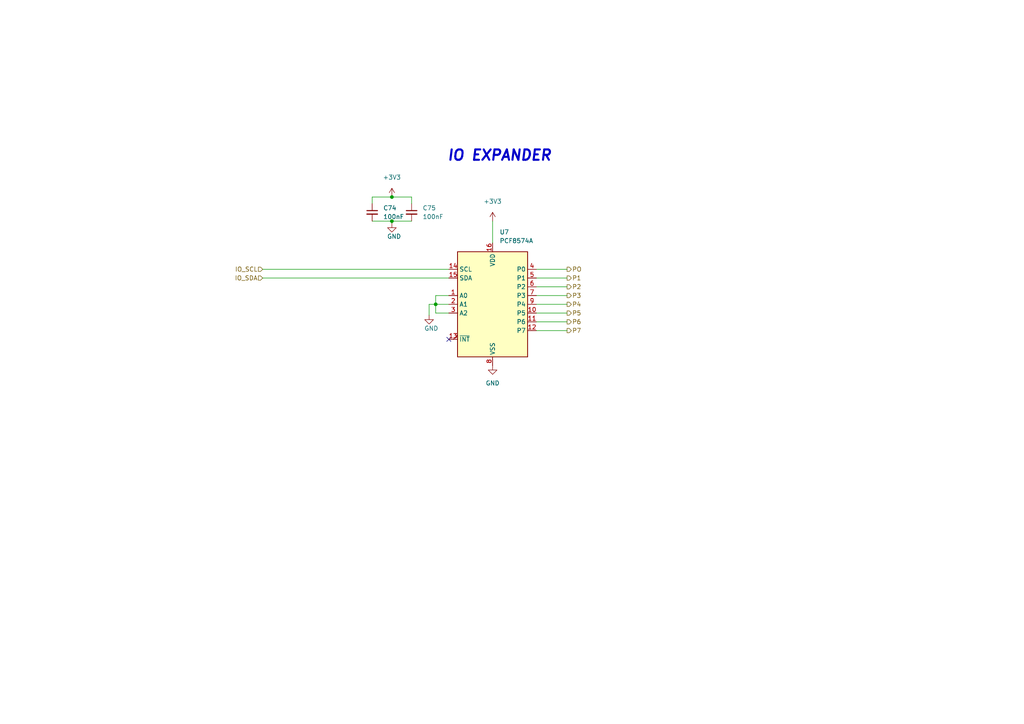
<source format=kicad_sch>
(kicad_sch (version 20230121) (generator eeschema)
  (paper "A4")
  (lib_symbols
    (symbol "Device:C_Small" (pin_numbers hide) (pin_names (offset 0.254) hide)
      (property "Reference" "C" (at 0.254 1.778 0))
      (property "Value" "C_Small" (at 0.254 -2.032 0))
      (symbol "C_Small_0_1"
        (polyline (pts (xy -1.524 -0.508) (xy 1.524 -0.508)) (stroke (width 0.3302)))
        (polyline (pts (xy -1.524 0.508) (xy 1.524 0.508)) (stroke (width 0.3048)))
      )
      (symbol "C_Small_1_1"
        (pin passive line (at 0 2.54 270) (length 2.032) (name "~") (number "1"))
        (pin passive line (at 0 -2.54 90) (length 2.032) (name "~") (number "2"))
      )
    )
    (symbol "Interface_Expansion:PCF8574A"
      (property "Reference" "U" (at -8.89 16.51 0))
      (property "Value" "PCF8574A" (at 2.54 16.51 0))
      (symbol "PCF8574A_0_1"
        (rectangle (start -10.16 15.24) (end 10.16 -15.24) (stroke (width 0.254)) (fill (type background)))
      )
      (symbol "PCF8574A_1_1"
        (pin input line (at -12.7 2.54 0) (length 2.54) (name "A0") (number "1"))
        (pin bidirectional line (at 12.7 -2.54 180) (length 2.54) (name "P5") (number "10"))
        (pin bidirectional line (at 12.7 -5.08 180) (length 2.54) (name "P6") (number "11"))
        (pin bidirectional line (at 12.7 -7.62 180) (length 2.54) (name "P7") (number "12"))
        (pin open_collector output_low (at -12.7 -10.16 0) (length 2.54) (name "~{INT}") (number "13"))
        (pin input line (at -12.7 10.16 0) (length 2.54) (name "SCL") (number "14"))
        (pin bidirectional line (at -12.7 7.62 0) (length 2.54) (name "SDA") (number "15"))
        (pin power_in line (at 0 17.78 270) (length 2.54) (name "VDD") (number "16"))
        (pin input line (at -12.7 0 0) (length 2.54) (name "A1") (number "2"))
        (pin input line (at -12.7 -2.54 0) (length 2.54) (name "A2") (number "3"))
        (pin bidirectional line (at 12.7 10.16 180) (length 2.54) (name "P0") (number "4"))
        (pin bidirectional line (at 12.7 7.62 180) (length 2.54) (name "P1") (number "5"))
        (pin bidirectional line (at 12.7 5.08 180) (length 2.54) (name "P2") (number "6"))
        (pin bidirectional line (at 12.7 2.54 180) (length 2.54) (name "P3") (number "7"))
        (pin power_in line (at 0 -17.78 90) (length 2.54) (name "VSS") (number "8"))
        (pin bidirectional line (at 12.7 0 180) (length 2.54) (name "P4") (number "9"))
      )
    )
    (symbol "power:+3V3" (power) (pin_names (offset 0))
      (property "Value" "+3V3" (at 0 3.556 0))
      (symbol "+3V3_0_1"
        (polyline (pts (xy -0.762 1.27) (xy 0 2.54)))
        (polyline (pts (xy 0 0) (xy 0 2.54)))
        (polyline (pts (xy 0 2.54) (xy 0.762 1.27)))
      )
      (symbol "+3V3_1_1"
        (pin power_in line (at 0 0 90) (length 0) hide (name "+3V3") (number "1"))
      )
    )
    (symbol "power:GND" (power) (pin_names (offset 0))
      (property "Value" "GND" (at 0 -3.81 0))
      (symbol "GND_0_1"
        (polyline (pts (xy 0 0) (xy 0 -1.27) (xy 1.27 -1.27) (xy 0 -2.54) (xy -1.27 -1.27) (xy 0 -1.27)))
      )
      (symbol "GND_1_1"
        (pin power_in line (at 0 0 270) (length 0) hide (name "GND") (number "1"))
      )
    )
  )
  (junction (at 113.665 64.135))
  (junction (at 126.365 88.265))
  (junction (at 113.665 57.15))
  (no_connect (at 130.175 98.425))
  (wire (pts (xy 155.575 83.185) (xy 164.465 83.185)))
  (wire (pts (xy 76.2 80.645) (xy 130.175 80.645)))
  (wire (pts (xy 119.38 57.15) (xy 119.38 59.055)))
  (wire (pts (xy 155.575 93.345) (xy 164.465 93.345)))
  (wire (pts (xy 113.665 64.135) (xy 107.95 64.135)))
  (wire (pts (xy 107.95 59.055) (xy 107.95 57.15)))
  (wire (pts (xy 164.465 80.645) (xy 155.575 80.645)))
  (wire (pts (xy 164.465 85.725) (xy 155.575 85.725)))
  (wire (pts (xy 119.38 64.135) (xy 113.665 64.135)))
  (wire (pts (xy 76.2 78.105) (xy 130.175 78.105)))
  (wire (pts (xy 107.95 57.15) (xy 113.665 57.15)))
  (wire (pts (xy 142.875 64.135) (xy 142.875 70.485)))
  (wire (pts (xy 164.465 95.885) (xy 155.575 95.885)))
  (wire (pts (xy 113.665 64.135) (xy 113.665 64.77)))
  (wire (pts (xy 124.46 88.265) (xy 124.46 91.44)))
  (wire (pts (xy 126.365 88.265) (xy 126.365 90.805)))
  (wire (pts (xy 113.665 57.15) (xy 119.38 57.15)))
  (wire (pts (xy 164.465 90.805) (xy 155.575 90.805)))
  (wire (pts (xy 155.575 88.265) (xy 164.465 88.265)))
  (wire (pts (xy 126.365 90.805) (xy 130.175 90.805)))
  (wire (pts (xy 155.575 78.105) (xy 164.465 78.105)))
  (wire (pts (xy 126.365 88.265) (xy 124.46 88.265)))
  (wire (pts (xy 126.365 85.725) (xy 126.365 88.265)))
  (wire (pts (xy 126.365 88.265) (xy 130.175 88.265)))
  (wire (pts (xy 130.175 85.725) (xy 126.365 85.725)))
  (text "IO EXPANDER" (at 129.54 46.99 0) (effects (font (size 3 3) bold italic) (justify left bottom)))
  (hierarchical_label "P6" (shape output) (at 164.465 93.345 0))
  (hierarchical_label "P1" (shape output) (at 164.465 80.645 0))
  (hierarchical_label "IO_SDA" (shape input) (at 76.2 80.645 180))
  (hierarchical_label "P2" (shape output) (at 164.465 83.185 0))
  (hierarchical_label "P7" (shape output) (at 164.465 95.885 0))
  (hierarchical_label "P3" (shape output) (at 164.465 85.725 0))
  (hierarchical_label "P5" (shape output) (at 164.465 90.805 0))
  (hierarchical_label "PO" (shape output) (at 164.465 78.105 0))
  (hierarchical_label "P4" (shape output) (at 164.465 88.265 0))
  (hierarchical_label "IO_SCL" (shape input) (at 76.2 78.105 180))
  (symbol (lib_id "power:+3V3") (at 142.875 64.135 0) (unit 1)
    (property "Reference" "#PWR0126" (effects hide))
    (property "Value" "+3V3" (at 142.875 58.42 0))
  )
  (symbol (lib_id "power:GND") (at 142.875 106.045 0) (unit 1)
    (property "Reference" "#PWR0127" (effects hide))
    (property "Value" "GND" (at 142.875 111.125 0))
  )
  (symbol (lib_id "power:GND") (at 124.46 91.44 0) (unit 1)
    (property "Reference" "#PWR0125" (effects hide))
    (property "Value" "GND" (at 125.095 95.25 0))
  )
  (symbol (lib_id "power:GND") (at 113.665 64.77 0) (unit 1)
    (property "Reference" "#PWR0124" (effects hide))
    (property "Value" "GND" (at 114.3 68.58 0))
  )
  (symbol (lib_id "Device:C_Small") (at 107.95 61.595 0) (unit 1)
    (property "Reference" "C74" (at 111.125 60.3312 0) (effects (justify left)))
    (property "Value" "100nF" (at 111.125 62.8712 0) (effects (justify left)))
    (property "Footprint" "Capacitor_SMD:C_0402_1005Metric" (effects hide))
  )
  (symbol (lib_id "power:+3V3") (at 113.665 57.15 0) (unit 1)
    (property "Reference" "#PWR0123" (effects hide))
    (property "Value" "+3V3" (at 113.665 51.435 0))
  )
  (symbol (lib_id "Device:C_Small") (at 119.38 61.595 0) (unit 1)
    (property "Reference" "C75" (at 122.555 60.3312 0) (effects (justify left)))
    (property "Value" "100nF" (at 122.555 62.8712 0) (effects (justify left)))
    (property "Footprint" "Capacitor_SMD:C_0402_1005Metric" (effects hide))
  )
  (symbol (lib_id "Interface_Expansion:PCF8574A") (at 142.875 88.265 0) (unit 1)
    (property "Reference" "U7" (at 144.8944 67.31 0) (effects (justify left)))
    (property "Value" "PCF8574A" (at 144.8944 69.85 0) (effects (justify left)))
    (property "Footprint" "Package_SO:SOIC-16W_7.5x10.3mm_P1.27mm" (effects hide))
    (property "Datasheet" "http://www.nxp.com/documents/data_sheet/PCF8574_PCF8574A.pdf" (effects hide))
  )
)
</source>
